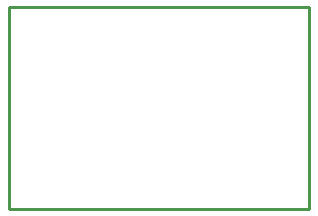
<source format=gbr>
G04 EAGLE Gerber RS-274X export*
G75*
%MOMM*%
%FSLAX34Y34*%
%LPD*%
%IN*%
%IPPOS*%
%AMOC8*
5,1,8,0,0,1.08239X$1,22.5*%
G01*
%ADD10C,0.254000*%


D10*
X13800Y6900D02*
X267800Y6900D01*
X267800Y178350D01*
X13800Y178350D01*
X13800Y6900D01*
M02*

</source>
